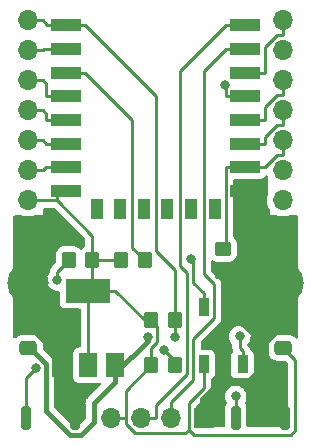
<source format=gbr>
%TF.GenerationSoftware,KiCad,Pcbnew,7.0.7*%
%TF.CreationDate,2023-09-02T13:43:40-04:00*%
%TF.ProjectId,DXBREAKER,44584252-4541-44b4-9552-2e6b69636164,rev?*%
%TF.SameCoordinates,Original*%
%TF.FileFunction,Copper,L1,Top*%
%TF.FilePolarity,Positive*%
%FSLAX46Y46*%
G04 Gerber Fmt 4.6, Leading zero omitted, Abs format (unit mm)*
G04 Created by KiCad (PCBNEW 7.0.7) date 2023-09-02 13:43:40*
%MOMM*%
%LPD*%
G01*
G04 APERTURE LIST*
G04 Aperture macros list*
%AMRoundRect*
0 Rectangle with rounded corners*
0 $1 Rounding radius*
0 $2 $3 $4 $5 $6 $7 $8 $9 X,Y pos of 4 corners*
0 Add a 4 corners polygon primitive as box body*
4,1,4,$2,$3,$4,$5,$6,$7,$8,$9,$2,$3,0*
0 Add four circle primitives for the rounded corners*
1,1,$1+$1,$2,$3*
1,1,$1+$1,$4,$5*
1,1,$1+$1,$6,$7*
1,1,$1+$1,$8,$9*
0 Add four rect primitives between the rounded corners*
20,1,$1+$1,$2,$3,$4,$5,0*
20,1,$1+$1,$4,$5,$6,$7,0*
20,1,$1+$1,$6,$7,$8,$9,0*
20,1,$1+$1,$8,$9,$2,$3,0*%
G04 Aperture macros list end*
%TA.AperFunction,ComponentPad*%
%ADD10R,1.700000X1.700000*%
%TD*%
%TA.AperFunction,ComponentPad*%
%ADD11O,1.700000X1.700000*%
%TD*%
%TA.AperFunction,ComponentPad*%
%ADD12C,3.500000*%
%TD*%
%TA.AperFunction,SMDPad,CuDef*%
%ADD13RoundRect,0.250000X-0.350000X-0.450000X0.350000X-0.450000X0.350000X0.450000X-0.350000X0.450000X0*%
%TD*%
%TA.AperFunction,SMDPad,CuDef*%
%ADD14RoundRect,0.200000X0.200000X0.800000X-0.200000X0.800000X-0.200000X-0.800000X0.200000X-0.800000X0*%
%TD*%
%TA.AperFunction,SMDPad,CuDef*%
%ADD15R,0.900000X1.500000*%
%TD*%
%TA.AperFunction,SMDPad,CuDef*%
%ADD16RoundRect,0.250000X0.475000X-0.337500X0.475000X0.337500X-0.475000X0.337500X-0.475000X-0.337500X0*%
%TD*%
%TA.AperFunction,SMDPad,CuDef*%
%ADD17RoundRect,0.250000X0.350000X0.450000X-0.350000X0.450000X-0.350000X-0.450000X0.350000X-0.450000X0*%
%TD*%
%TA.AperFunction,SMDPad,CuDef*%
%ADD18R,2.500000X1.000000*%
%TD*%
%TA.AperFunction,SMDPad,CuDef*%
%ADD19R,1.000000X1.800000*%
%TD*%
%TA.AperFunction,SMDPad,CuDef*%
%ADD20RoundRect,0.250000X-0.450000X0.350000X-0.450000X-0.350000X0.450000X-0.350000X0.450000X0.350000X0*%
%TD*%
%TA.AperFunction,SMDPad,CuDef*%
%ADD21R,1.500000X2.000000*%
%TD*%
%TA.AperFunction,SMDPad,CuDef*%
%ADD22R,3.800000X2.000000*%
%TD*%
%TA.AperFunction,ViaPad*%
%ADD23C,0.800000*%
%TD*%
%TA.AperFunction,Conductor*%
%ADD24C,0.381000*%
%TD*%
%TA.AperFunction,Conductor*%
%ADD25C,0.254000*%
%TD*%
%TA.AperFunction,Conductor*%
%ADD26C,0.685800*%
%TD*%
G04 APERTURE END LIST*
D10*
%TO.P,Jr1,1,Pin_1*%
%TO.N,Earth*%
X131074000Y-125705000D03*
D11*
%TO.P,Jr1,2,Pin_2*%
%TO.N,Net-(Jr1-Pin_2)*%
X125740000Y-125705000D03*
%TO.P,Jr1,3,Pin_3*%
%TO.N,Net-(Jr1-Pin_3)*%
X128280000Y-125705000D03*
%TO.P,Jr1,4,Pin_4*%
%TO.N,VCC*%
X123200000Y-125705000D03*
%TD*%
D12*
%TO.P,DX,1*%
%TO.N,Earth*%
X137795000Y-114300000D03*
%TD*%
D13*
%TO.P,R1,1*%
%TO.N,VCC*%
X126635000Y-117475000D03*
%TO.P,R1,2*%
%TO.N,/RESET*%
X128635000Y-117475000D03*
%TD*%
D14*
%TO.P,SW2,1,1*%
%TO.N,Earth*%
X120210000Y-125730000D03*
%TO.P,SW2,2,2*%
%TO.N,/GPIO0*%
X116010000Y-125730000D03*
%TD*%
D13*
%TO.P,R3,1*%
%TO.N,VCC*%
X126635000Y-121285000D03*
%TO.P,R3,2*%
%TO.N,/GPIO2*%
X128635000Y-121285000D03*
%TD*%
D15*
%TO.P,D1,1,VDD*%
%TO.N,VCC*%
X131065000Y-121195000D03*
%TO.P,D1,2,DOUT*%
%TO.N,/DOUT*%
X134365000Y-121195000D03*
%TO.P,D1,3,VSS*%
%TO.N,Earth*%
X134365000Y-116295000D03*
%TO.P,D1,4,DIN*%
%TO.N,/GPIO14*%
X131065000Y-116295000D03*
%TD*%
D12*
%TO.P,hole2,1*%
%TO.N,Earth*%
X116205000Y-114300000D03*
%TD*%
D10*
%TO.P,J1,1,Pin_1*%
%TO.N,Earth*%
X116205000Y-109855000D03*
D11*
%TO.P,J1,2,Pin_2*%
%TO.N,VCC*%
X116205000Y-107315000D03*
%TO.P,J1,3,Pin_3*%
%TO.N,/GPIO13*%
X116205000Y-104775000D03*
%TO.P,J1,4,Pin_4*%
%TO.N,/GPIO12*%
X116205000Y-102235000D03*
%TO.P,J1,5,Pin_5*%
%TO.N,/GPIO14*%
X116205000Y-99695000D03*
%TO.P,J1,6,Pin_6*%
%TO.N,/GPIO16*%
X116205000Y-97155000D03*
%TO.P,J1,7,Pin_7*%
%TO.N,/ADC*%
X116205000Y-94615000D03*
%TO.P,J1,8,Pin_8*%
%TO.N,/RESET*%
X116205000Y-92075000D03*
%TD*%
D14*
%TO.P,SW1,1,1*%
%TO.N,Earth*%
X137990000Y-125730000D03*
%TO.P,SW1,2,2*%
%TO.N,/RESET*%
X133790000Y-125730000D03*
%TD*%
D16*
%TO.P,C1,1*%
%TO.N,/VIN*%
X116205000Y-119782500D03*
%TO.P,C1,2*%
%TO.N,Earth*%
X116205000Y-117707500D03*
%TD*%
D13*
%TO.P,R5,1*%
%TO.N,VCC*%
X124095000Y-112395000D03*
%TO.P,R5,2*%
%TO.N,Net-(U1-EN)*%
X126095000Y-112395000D03*
%TD*%
D17*
%TO.P,R4,1*%
%TO.N,VCC*%
X121650000Y-112395000D03*
%TO.P,R4,2*%
%TO.N,/GPIO0*%
X119650000Y-112395000D03*
%TD*%
D18*
%TO.P,U1,1,~{RST}*%
%TO.N,/RESET*%
X119400000Y-92500000D03*
%TO.P,U1,2,ADC*%
%TO.N,/ADC*%
X119400000Y-94500000D03*
%TO.P,U1,3,EN*%
%TO.N,Net-(U1-EN)*%
X119400000Y-96500000D03*
%TO.P,U1,4,GPIO16*%
%TO.N,/GPIO16*%
X119400000Y-98500000D03*
%TO.P,U1,5,GPIO14*%
%TO.N,/GPIO14*%
X119400000Y-100500000D03*
%TO.P,U1,6,GPIO12*%
%TO.N,/GPIO12*%
X119400000Y-102500000D03*
%TO.P,U1,7,GPIO13*%
%TO.N,/GPIO13*%
X119400000Y-104500000D03*
%TO.P,U1,8,VCC*%
%TO.N,VCC*%
X119400000Y-106500000D03*
D19*
%TO.P,U1,9,CS0*%
%TO.N,unconnected-(U1-CS0-Pad9)*%
X122000000Y-108000000D03*
%TO.P,U1,10,MISO*%
%TO.N,unconnected-(U1-MISO-Pad10)*%
X124000000Y-108000000D03*
%TO.P,U1,11,GPIO9*%
%TO.N,unconnected-(U1-GPIO9-Pad11)*%
X126000000Y-108000000D03*
%TO.P,U1,12,GPIO10*%
%TO.N,unconnected-(U1-GPIO10-Pad12)*%
X128000000Y-108000000D03*
%TO.P,U1,13,MOSI*%
%TO.N,unconnected-(U1-MOSI-Pad13)*%
X130000000Y-108000000D03*
%TO.P,U1,14,SCLK*%
%TO.N,unconnected-(U1-SCLK-Pad14)*%
X132000000Y-108000000D03*
D18*
%TO.P,U1,15,GND*%
%TO.N,Earth*%
X134600000Y-106500000D03*
%TO.P,U1,16,GPIO15*%
%TO.N,/GPIO15*%
X134600000Y-104500000D03*
%TO.P,U1,17,GPIO2*%
%TO.N,/GPIO2*%
X134600000Y-102500000D03*
%TO.P,U1,18,GPIO0*%
%TO.N,/GPIO0*%
X134600000Y-100500000D03*
%TO.P,U1,19,GPIO4*%
%TO.N,/GPIO4*%
X134600000Y-98500000D03*
%TO.P,U1,20,GPIO5*%
%TO.N,/GPIO5*%
X134600000Y-96500000D03*
%TO.P,U1,21,GPIO3/RXD*%
%TO.N,Net-(Jr1-Pin_3)*%
X134600000Y-94500000D03*
%TO.P,U1,22,GPIO1/TXD*%
%TO.N,Net-(Jr1-Pin_2)*%
X134600000Y-92500000D03*
%TD*%
D10*
%TO.P,J2,1,Pin_1*%
%TO.N,Earth*%
X137795000Y-109601000D03*
D11*
%TO.P,J2,2,Pin_2*%
%TO.N,/GPIO4*%
X137795000Y-94615000D03*
%TO.P,J2,3,Pin_3*%
%TO.N,/GPIO0*%
X137795000Y-97155000D03*
%TO.P,J2,4,Pin_4*%
%TO.N,/GPIO2*%
X137795000Y-99695000D03*
%TO.P,J2,5,Pin_5*%
%TO.N,/GPIO15*%
X137795000Y-102235000D03*
%TO.P,J2,6,Pin_6*%
%TO.N,/DOUT*%
X137795000Y-104775000D03*
%TO.P,J2,7,Pin_7*%
%TO.N,/VIN*%
X137795000Y-107315000D03*
%TO.P,J2,8,Pin_8*%
%TO.N,/GPIO5*%
X137795000Y-92075000D03*
%TD*%
D20*
%TO.P,R2,1*%
%TO.N,/GPIO15*%
X132715000Y-111395000D03*
%TO.P,R2,2*%
%TO.N,Earth*%
X132715000Y-113395000D03*
%TD*%
D16*
%TO.P,C2,1*%
%TO.N,VCC*%
X137795000Y-119782500D03*
%TO.P,C2,2*%
%TO.N,Earth*%
X137795000Y-117707500D03*
%TD*%
D21*
%TO.P,Ue,1,GND*%
%TO.N,Earth*%
X118985000Y-121260000D03*
%TO.P,Ue,2,VO*%
%TO.N,VCC*%
X121285000Y-121260000D03*
D22*
X121285000Y-114960000D03*
D21*
%TO.P,Ue,3,VI*%
%TO.N,/VIN*%
X123585000Y-121260000D03*
%TD*%
D23*
%TO.N,/VIN*%
X126320300Y-118872500D03*
%TO.N,/DOUT*%
X134135200Y-118822800D03*
%TO.N,/GPIO14*%
X129963900Y-112230900D03*
%TO.N,/RESET*%
X133790000Y-123884200D03*
X128635000Y-118872600D03*
%TO.N,/GPIO4*%
X132842400Y-97514900D03*
%TO.N,/GPIO0*%
X118670000Y-114060400D03*
X116913300Y-121475500D03*
%TO.N,/GPIO2*%
X127750200Y-120004200D03*
%TD*%
D24*
%TO.N,/VIN*%
X117721600Y-121140700D02*
X116363400Y-119782500D01*
X117721600Y-125116900D02*
X117721600Y-121140700D01*
D25*
X123585000Y-121260000D02*
X123585000Y-121964100D01*
D24*
X123585000Y-122668300D02*
X121758500Y-124494800D01*
X119782600Y-127177900D02*
X117721600Y-125116900D01*
X121758500Y-126071700D02*
X120652300Y-127177900D01*
X123585000Y-121964100D02*
X126320300Y-119228800D01*
X123585000Y-121964100D02*
X123585000Y-122668300D01*
X120652300Y-127177900D02*
X119782600Y-127177900D01*
D25*
X126320300Y-119228800D02*
X126320300Y-118872500D01*
D24*
X121758500Y-124494800D02*
X121758500Y-126071700D01*
D25*
X116363400Y-119782500D02*
X116205000Y-119782500D01*
D26*
%TO.N,Earth*%
X137795000Y-117707500D02*
X137795000Y-114300000D01*
X118985000Y-121722600D02*
X118985000Y-121260000D01*
X118985000Y-121722600D02*
X118985000Y-122884200D01*
X136320800Y-109601000D02*
X136320800Y-108220800D01*
X136143200Y-119359300D02*
X134453000Y-117669200D01*
X118985000Y-121260000D02*
X118985000Y-119635800D01*
X136143200Y-119359300D02*
X137795000Y-117707500D01*
X135916600Y-121772400D02*
X135916600Y-119585900D01*
X134453000Y-117669200D02*
X134365000Y-117669200D01*
X132590300Y-122714500D02*
X134974500Y-122714500D01*
X137795000Y-114300000D02*
X137795000Y-109601000D01*
X116205000Y-114300000D02*
X116205000Y-117707500D01*
X134974500Y-122714500D02*
X137990000Y-125730000D01*
X120210000Y-124109200D02*
X120210000Y-125730000D01*
X118985000Y-119635800D02*
X118133300Y-119635800D01*
X135916600Y-119585900D02*
X136143200Y-119359300D01*
X134365000Y-114920800D02*
X134240800Y-114920800D01*
X134365000Y-116295000D02*
X134365000Y-117669200D01*
X118985000Y-122884200D02*
X120210000Y-124109200D01*
X136320800Y-108220800D02*
X134600000Y-106500000D01*
X134365000Y-116295000D02*
X134365000Y-114920800D01*
X118133300Y-119635800D02*
X116205000Y-117707500D01*
X116205000Y-109855000D02*
X116205000Y-114300000D01*
X131074000Y-124230800D02*
X132590300Y-122714500D01*
X134974500Y-122714500D02*
X135916600Y-121772400D01*
X137795000Y-109601000D02*
X136320800Y-109601000D01*
X131074000Y-125705000D02*
X131074000Y-124230800D01*
X134240800Y-114920800D02*
X132715000Y-113395000D01*
D25*
%TO.N,VCC*%
X126635000Y-119783800D02*
X127128600Y-119290200D01*
X126635000Y-121285000D02*
X124458300Y-123461700D01*
X116205000Y-107315000D02*
X117463300Y-107315000D01*
X131065000Y-123177600D02*
X131065000Y-121195000D01*
X137795000Y-119782500D02*
X138799500Y-120787000D01*
X126635000Y-121285000D02*
X126635000Y-119783800D01*
X125238800Y-127006900D02*
X124458300Y-126226400D01*
X129810500Y-126718900D02*
X129522500Y-127006900D01*
X138799500Y-120787000D02*
X138799500Y-126787400D01*
X119400000Y-106500000D02*
X118656100Y-106500000D01*
X124458300Y-123461700D02*
X124458300Y-125705000D01*
X121990100Y-114960000D02*
X121285000Y-115665100D01*
X126108300Y-117475000D02*
X123593300Y-114960000D01*
X121650000Y-112395000D02*
X121650000Y-110308900D01*
X129522500Y-127006900D02*
X125238800Y-127006900D01*
X118656100Y-107315000D02*
X118656100Y-106500000D01*
X138436300Y-127150600D02*
X130242200Y-127150600D01*
X127128600Y-119290200D02*
X127128600Y-117968600D01*
X121285000Y-115665100D02*
X121285000Y-121260000D01*
X121285000Y-114960000D02*
X121675200Y-114960000D01*
X129810500Y-124432100D02*
X131065000Y-123177600D01*
X118656100Y-107315000D02*
X117463300Y-107315000D01*
X124458300Y-126226400D02*
X124458300Y-125705000D01*
X123200000Y-125705000D02*
X124458300Y-125705000D01*
X126635000Y-117475000D02*
X126108300Y-117475000D01*
X121675200Y-114960000D02*
X121990100Y-114960000D01*
X130242200Y-127150600D02*
X129810500Y-126718900D01*
X129810500Y-126718900D02*
X129810500Y-124432100D01*
X121650000Y-110308900D02*
X118656100Y-107315000D01*
X138799500Y-126787400D02*
X138436300Y-127150600D01*
X121675200Y-114960000D02*
X121650000Y-114934800D01*
X127128600Y-117968600D02*
X126635000Y-117475000D01*
X121990100Y-114960000D02*
X123593300Y-114960000D01*
X121650000Y-112395000D02*
X124095000Y-112395000D01*
X121650000Y-114934800D02*
X121650000Y-112395000D01*
%TO.N,/DOUT*%
X134365000Y-121195000D02*
X134365000Y-120036700D01*
X134365000Y-120036700D02*
X134135200Y-119806900D01*
X134135200Y-119806900D02*
X134135200Y-118822800D01*
%TO.N,/GPIO14*%
X116205000Y-99695000D02*
X117463300Y-99695000D01*
X131065000Y-116295000D02*
X131065000Y-115136700D01*
X119400000Y-100500000D02*
X117741700Y-100500000D01*
X117741700Y-100500000D02*
X117741700Y-99973400D01*
X117741700Y-99973400D02*
X117463300Y-99695000D01*
X129963900Y-112230900D02*
X130206700Y-112473700D01*
X130206700Y-112473700D02*
X130206700Y-114278400D01*
X130206700Y-114278400D02*
X131065000Y-115136700D01*
%TO.N,/GPIO13*%
X117738300Y-104500000D02*
X117463300Y-104775000D01*
X119400000Y-104500000D02*
X117738300Y-104500000D01*
X116205000Y-104775000D02*
X117463300Y-104775000D01*
%TO.N,/GPIO12*%
X116205000Y-102235000D02*
X117463300Y-102235000D01*
X119400000Y-102500000D02*
X117728300Y-102500000D01*
X117728300Y-102500000D02*
X117463300Y-102235000D01*
%TO.N,/GPIO16*%
X117741700Y-98500000D02*
X117741700Y-97433400D01*
X119400000Y-98500000D02*
X117741700Y-98500000D01*
X116205000Y-97155000D02*
X117463300Y-97155000D01*
X117741700Y-97433400D02*
X117463300Y-97155000D01*
%TO.N,/ADC*%
X116205000Y-94615000D02*
X117463300Y-94615000D01*
X117578300Y-94500000D02*
X117463300Y-94615000D01*
X119400000Y-94500000D02*
X117578300Y-94500000D01*
%TO.N,/RESET*%
X116205000Y-92075000D02*
X117463300Y-92075000D01*
X128635000Y-113181500D02*
X128635000Y-117475000D01*
X127062200Y-98503900D02*
X127062200Y-111608700D01*
X127062200Y-111608700D02*
X128635000Y-113181500D01*
X128635000Y-117475000D02*
X128635000Y-118872600D01*
X117741700Y-92353400D02*
X117463300Y-92075000D01*
X121058300Y-92500000D02*
X127062200Y-98503900D01*
X119400000Y-92500000D02*
X117741700Y-92500000D01*
X119400000Y-92500000D02*
X121058300Y-92500000D01*
X117741700Y-92500000D02*
X117741700Y-92353400D01*
X133790000Y-125730000D02*
X133790000Y-123884200D01*
%TO.N,/GPIO5*%
X136258300Y-94348600D02*
X137273600Y-93333300D01*
X137273600Y-93333300D02*
X137795000Y-93333300D01*
X137795000Y-92075000D02*
X137795000Y-93333300D01*
X134600000Y-96500000D02*
X136258300Y-96500000D01*
X136258300Y-96500000D02*
X136258300Y-94348600D01*
%TO.N,/GPIO4*%
X132941700Y-97614200D02*
X132842400Y-97514900D01*
X132941700Y-98500000D02*
X132941700Y-97614200D01*
X134600000Y-98500000D02*
X132941700Y-98500000D01*
%TO.N,/GPIO0*%
X137795000Y-97155000D02*
X137795000Y-98413300D01*
X136258300Y-100500000D02*
X136258300Y-99428600D01*
X116913300Y-121475500D02*
X116010000Y-122378800D01*
X118670000Y-114060400D02*
X118670000Y-113375000D01*
X136258300Y-99428600D02*
X137273600Y-98413300D01*
X137273600Y-98413300D02*
X137795000Y-98413300D01*
X134600000Y-100500000D02*
X136258300Y-100500000D01*
X118670000Y-113375000D02*
X119650000Y-112395000D01*
X116010000Y-122378800D02*
X116010000Y-125730000D01*
%TO.N,/GPIO2*%
X137273600Y-100953300D02*
X137795000Y-100953300D01*
X127750200Y-120004200D02*
X128635000Y-120889000D01*
X137795000Y-99695000D02*
X137795000Y-100953300D01*
X128635000Y-120889000D02*
X128635000Y-121285000D01*
X136258300Y-101968600D02*
X137273600Y-100953300D01*
X136258300Y-102500000D02*
X136258300Y-101968600D01*
X134600000Y-102500000D02*
X136258300Y-102500000D01*
%TO.N,/GPIO15*%
X132941700Y-104500000D02*
X132941700Y-111168300D01*
X137265000Y-103493300D02*
X137795000Y-103493300D01*
X136258300Y-104500000D02*
X137265000Y-103493300D01*
X132941700Y-111168300D02*
X132715000Y-111395000D01*
X134600000Y-104500000D02*
X136258300Y-104500000D01*
X133770900Y-104500000D02*
X132941700Y-104500000D01*
X133770900Y-104500000D02*
X134600000Y-104500000D01*
X137795000Y-102235000D02*
X137795000Y-103493300D01*
%TO.N,Net-(U1-EN)*%
X125032400Y-111332400D02*
X126095000Y-112395000D01*
X125032400Y-100474100D02*
X125032400Y-111332400D01*
X119400000Y-96500000D02*
X121058300Y-96500000D01*
X121058300Y-96500000D02*
X125032400Y-100474100D01*
%TO.N,Net-(Jr1-Pin_2)*%
X132941700Y-92500000D02*
X129091700Y-96350000D01*
X134600000Y-92500000D02*
X132941700Y-92500000D01*
X129091700Y-112862200D02*
X129647800Y-113418300D01*
X129091700Y-96350000D02*
X129091700Y-112862200D01*
X129647800Y-122004400D02*
X126998300Y-124653900D01*
X125740000Y-125705000D02*
X126998300Y-125705000D01*
X126998300Y-124653900D02*
X126998300Y-125705000D01*
X129647800Y-113418300D02*
X129647800Y-122004400D01*
%TO.N,Net-(Jr1-Pin_3)*%
X132941700Y-94500000D02*
X131064800Y-96376900D01*
X128280000Y-124400400D02*
X128280000Y-125705000D01*
X130194900Y-119025200D02*
X130194900Y-122485500D01*
X134600000Y-94500000D02*
X132941700Y-94500000D01*
X131932800Y-114413800D02*
X131932800Y-117287300D01*
X131932800Y-117287300D02*
X130194900Y-119025200D01*
X130194900Y-122485500D02*
X128280000Y-124400400D01*
X131064800Y-96376900D02*
X131064800Y-113545800D01*
X131064800Y-113545800D02*
X131932800Y-114413800D01*
%TD*%
%TA.AperFunction,Conductor*%
%TO.N,Earth*%
G36*
X136475309Y-105205472D02*
G01*
X136517181Y-105261405D01*
X136525000Y-105304740D01*
X136525000Y-106820444D01*
X136520775Y-106852537D01*
X136459938Y-107079586D01*
X136459936Y-107079596D01*
X136439341Y-107314999D01*
X136439341Y-107315000D01*
X136459936Y-107550403D01*
X136459938Y-107550413D01*
X136468178Y-107581165D01*
X136520775Y-107777463D01*
X136525000Y-107809551D01*
X136525000Y-108585000D01*
X137300444Y-108585000D01*
X137332537Y-108589225D01*
X137455669Y-108622217D01*
X137559592Y-108650063D01*
X137747918Y-108666539D01*
X137794999Y-108670659D01*
X137795000Y-108670659D01*
X137795001Y-108670659D01*
X137834234Y-108667226D01*
X138030408Y-108650063D01*
X138163653Y-108614360D01*
X138257463Y-108589225D01*
X138289556Y-108585000D01*
X138941000Y-108585000D01*
X139008039Y-108604685D01*
X139053794Y-108657489D01*
X139065000Y-108709000D01*
X139065000Y-118879270D01*
X139045315Y-118946309D01*
X138992511Y-118992064D01*
X138923353Y-119002008D01*
X138859797Y-118972983D01*
X138853319Y-118966951D01*
X138738657Y-118852289D01*
X138738656Y-118852288D01*
X138589334Y-118760186D01*
X138422797Y-118705001D01*
X138422795Y-118705000D01*
X138320010Y-118694500D01*
X137269998Y-118694500D01*
X137269980Y-118694501D01*
X137167203Y-118705000D01*
X137167200Y-118705001D01*
X137000668Y-118760185D01*
X137000663Y-118760187D01*
X136851342Y-118852289D01*
X136727289Y-118976342D01*
X136635187Y-119125663D01*
X136635185Y-119125668D01*
X136620015Y-119171449D01*
X136580001Y-119292203D01*
X136580001Y-119292204D01*
X136580000Y-119292204D01*
X136569500Y-119394983D01*
X136569500Y-120170001D01*
X136569501Y-120170019D01*
X136580000Y-120272796D01*
X136580001Y-120272799D01*
X136621935Y-120399345D01*
X136635186Y-120439334D01*
X136727288Y-120588656D01*
X136851344Y-120712712D01*
X137000666Y-120804814D01*
X137167203Y-120859999D01*
X137269991Y-120870500D01*
X137944218Y-120870499D01*
X138011257Y-120890183D01*
X138031899Y-120906818D01*
X138135681Y-121010600D01*
X138169166Y-121071923D01*
X138172000Y-121098281D01*
X138172000Y-126399100D01*
X138152315Y-126466139D01*
X138099511Y-126511894D01*
X138048000Y-126523100D01*
X134814500Y-126523100D01*
X134747461Y-126503415D01*
X134701706Y-126450611D01*
X134690500Y-126399100D01*
X134690500Y-124873386D01*
X134690500Y-124873384D01*
X134684086Y-124802804D01*
X134633478Y-124640394D01*
X134548488Y-124499804D01*
X134530653Y-124432253D01*
X134547218Y-124373659D01*
X134617179Y-124252484D01*
X134675674Y-124072456D01*
X134695460Y-123884200D01*
X134675674Y-123695944D01*
X134617179Y-123515916D01*
X134522533Y-123351984D01*
X134395871Y-123211312D01*
X134312750Y-123150921D01*
X134242734Y-123100051D01*
X134242729Y-123100048D01*
X134069807Y-123023057D01*
X134069802Y-123023055D01*
X133924000Y-122992065D01*
X133884646Y-122983700D01*
X133695354Y-122983700D01*
X133662897Y-122990598D01*
X133510197Y-123023055D01*
X133510192Y-123023057D01*
X133337270Y-123100048D01*
X133337265Y-123100051D01*
X133184129Y-123211311D01*
X133057466Y-123351985D01*
X132962821Y-123515915D01*
X132962818Y-123515922D01*
X132904327Y-123695940D01*
X132904326Y-123695944D01*
X132884540Y-123884200D01*
X132904326Y-124072456D01*
X132904327Y-124072459D01*
X132962818Y-124252477D01*
X132962820Y-124252481D01*
X132962821Y-124252484D01*
X133022373Y-124355632D01*
X133032780Y-124373657D01*
X133049252Y-124441557D01*
X133031509Y-124499805D01*
X132946523Y-124640391D01*
X132895913Y-124802807D01*
X132893381Y-124830678D01*
X132890081Y-124866997D01*
X132889500Y-124873386D01*
X132889500Y-126399100D01*
X132869815Y-126466139D01*
X132817011Y-126511894D01*
X132765500Y-126523100D01*
X130561999Y-126523100D01*
X130494960Y-126503415D01*
X130449205Y-126450611D01*
X130437999Y-126399100D01*
X130437999Y-125578483D01*
X130437999Y-124743376D01*
X130457684Y-124676341D01*
X130474313Y-124655704D01*
X131450043Y-123679974D01*
X131462325Y-123670137D01*
X131462144Y-123669918D01*
X131468152Y-123664946D01*
X131468162Y-123664940D01*
X131515677Y-123614341D01*
X131536623Y-123593396D01*
X131540892Y-123587890D01*
X131544676Y-123583459D01*
X131576693Y-123549367D01*
X131586389Y-123531728D01*
X131597073Y-123515461D01*
X131609408Y-123499562D01*
X131627983Y-123456634D01*
X131630534Y-123451427D01*
X131653072Y-123410434D01*
X131658078Y-123390934D01*
X131664376Y-123372536D01*
X131672374Y-123354058D01*
X131679688Y-123307876D01*
X131680870Y-123302165D01*
X131692500Y-123256872D01*
X131692500Y-123236741D01*
X131694027Y-123217341D01*
X131694982Y-123211311D01*
X131697175Y-123197467D01*
X131692775Y-123150921D01*
X131692500Y-123145083D01*
X131692500Y-122497769D01*
X131712185Y-122430730D01*
X131750758Y-122394816D01*
X131750231Y-122394112D01*
X131756786Y-122389204D01*
X131757076Y-122388935D01*
X131757323Y-122388798D01*
X131757331Y-122388796D01*
X131872546Y-122302546D01*
X131958796Y-122187331D01*
X132009091Y-122052483D01*
X132015500Y-121992873D01*
X132015499Y-120397128D01*
X132009091Y-120337517D01*
X131962319Y-120212116D01*
X131958797Y-120202671D01*
X131958793Y-120202664D01*
X131872547Y-120087455D01*
X131872544Y-120087452D01*
X131757335Y-120001206D01*
X131757328Y-120001202D01*
X131622482Y-119950908D01*
X131622483Y-119950908D01*
X131562883Y-119944501D01*
X131562881Y-119944500D01*
X131562873Y-119944500D01*
X131562865Y-119944500D01*
X130946400Y-119944500D01*
X130879361Y-119924815D01*
X130833606Y-119872011D01*
X130822400Y-119820500D01*
X130822400Y-119336480D01*
X130842085Y-119269441D01*
X130858714Y-119248804D01*
X131284718Y-118822800D01*
X133229740Y-118822800D01*
X133249526Y-119011056D01*
X133249527Y-119011059D01*
X133308018Y-119191077D01*
X133308021Y-119191084D01*
X133366402Y-119292204D01*
X133402667Y-119355016D01*
X133475851Y-119436294D01*
X133506080Y-119499284D01*
X133507700Y-119519265D01*
X133507700Y-119723932D01*
X133505972Y-119739581D01*
X133506254Y-119739608D01*
X133505519Y-119747375D01*
X133507700Y-119816759D01*
X133507700Y-119846377D01*
X133508571Y-119853280D01*
X133509029Y-119859099D01*
X133510498Y-119905842D01*
X133516116Y-119925175D01*
X133520062Y-119944229D01*
X133522583Y-119964187D01*
X133522585Y-119964196D01*
X133539795Y-120007666D01*
X133541687Y-120013194D01*
X133544382Y-120022470D01*
X133544183Y-120092339D01*
X133524573Y-120131375D01*
X133471206Y-120202664D01*
X133471202Y-120202671D01*
X133420908Y-120337517D01*
X133419133Y-120354033D01*
X133414501Y-120397123D01*
X133414500Y-120397135D01*
X133414500Y-121992870D01*
X133414501Y-121992876D01*
X133420908Y-122052483D01*
X133471202Y-122187328D01*
X133471206Y-122187335D01*
X133557452Y-122302544D01*
X133557455Y-122302547D01*
X133672664Y-122388793D01*
X133672671Y-122388797D01*
X133807517Y-122439091D01*
X133807516Y-122439091D01*
X133814444Y-122439835D01*
X133867127Y-122445500D01*
X134862872Y-122445499D01*
X134922483Y-122439091D01*
X135057331Y-122388796D01*
X135172546Y-122302546D01*
X135258796Y-122187331D01*
X135309091Y-122052483D01*
X135315500Y-121992873D01*
X135315499Y-120397128D01*
X135309091Y-120337517D01*
X135262319Y-120212116D01*
X135258797Y-120202671D01*
X135258793Y-120202664D01*
X135172547Y-120087455D01*
X135172544Y-120087452D01*
X135057334Y-120001205D01*
X135049551Y-119996956D01*
X135050625Y-119994988D01*
X135004581Y-119960518D01*
X134984779Y-119920820D01*
X134984083Y-119918427D01*
X134980138Y-119899374D01*
X134977616Y-119879407D01*
X134960402Y-119835931D01*
X134958513Y-119830410D01*
X134945468Y-119785508D01*
X134935225Y-119768189D01*
X134926662Y-119750711D01*
X134919253Y-119731997D01*
X134919253Y-119731996D01*
X134891771Y-119694172D01*
X134888567Y-119689296D01*
X134864763Y-119649044D01*
X134864761Y-119649042D01*
X134864759Y-119649039D01*
X134850531Y-119634812D01*
X134837896Y-119620020D01*
X134826063Y-119603733D01*
X134826060Y-119603731D01*
X134826060Y-119603730D01*
X134826059Y-119603729D01*
X134821232Y-119599736D01*
X134782124Y-119541837D01*
X134780528Y-119471985D01*
X134808120Y-119421221D01*
X134867733Y-119355016D01*
X134962379Y-119191084D01*
X135020874Y-119011056D01*
X135040660Y-118822800D01*
X135020874Y-118634544D01*
X134962379Y-118454516D01*
X134867733Y-118290584D01*
X134741071Y-118149912D01*
X134741070Y-118149911D01*
X134587934Y-118038651D01*
X134587929Y-118038648D01*
X134415007Y-117961657D01*
X134415002Y-117961655D01*
X134269200Y-117930665D01*
X134229846Y-117922300D01*
X134040554Y-117922300D01*
X134008097Y-117929198D01*
X133855397Y-117961655D01*
X133855392Y-117961657D01*
X133682470Y-118038648D01*
X133682465Y-118038651D01*
X133529329Y-118149911D01*
X133402666Y-118290585D01*
X133308021Y-118454515D01*
X133308018Y-118454522D01*
X133249527Y-118634540D01*
X133249526Y-118634544D01*
X133229740Y-118822800D01*
X131284718Y-118822800D01*
X132317843Y-117789674D01*
X132330125Y-117779837D01*
X132329944Y-117779618D01*
X132335952Y-117774646D01*
X132335962Y-117774640D01*
X132383477Y-117724041D01*
X132404423Y-117703096D01*
X132408692Y-117697590D01*
X132412476Y-117693159D01*
X132444493Y-117659067D01*
X132454189Y-117641428D01*
X132464873Y-117625161D01*
X132477208Y-117609262D01*
X132495783Y-117566334D01*
X132498334Y-117561127D01*
X132520872Y-117520134D01*
X132525878Y-117500634D01*
X132532176Y-117482236D01*
X132540174Y-117463758D01*
X132547488Y-117417576D01*
X132548670Y-117411865D01*
X132560300Y-117366572D01*
X132560300Y-117346441D01*
X132561827Y-117327041D01*
X132564975Y-117307167D01*
X132560575Y-117260630D01*
X132560299Y-117254790D01*
X132560299Y-115939618D01*
X132560299Y-114496754D01*
X132562028Y-114481113D01*
X132561746Y-114481087D01*
X132562478Y-114473329D01*
X132562480Y-114473323D01*
X132560299Y-114403954D01*
X132560300Y-114374324D01*
X132559933Y-114371423D01*
X132559427Y-114367412D01*
X132558968Y-114361584D01*
X132557500Y-114314857D01*
X132557500Y-114314856D01*
X132551882Y-114295520D01*
X132547938Y-114276474D01*
X132545416Y-114256507D01*
X132528202Y-114213031D01*
X132526313Y-114207510D01*
X132513268Y-114162608D01*
X132503025Y-114145289D01*
X132494462Y-114127811D01*
X132487053Y-114109097D01*
X132487053Y-114109096D01*
X132459571Y-114071272D01*
X132456367Y-114066396D01*
X132432563Y-114026144D01*
X132432561Y-114026142D01*
X132432559Y-114026139D01*
X132418331Y-114011912D01*
X132405696Y-113997120D01*
X132393863Y-113980833D01*
X132393860Y-113980831D01*
X132393860Y-113980830D01*
X132393859Y-113980829D01*
X132357835Y-113951028D01*
X132353513Y-113947094D01*
X131728619Y-113322199D01*
X131695134Y-113260876D01*
X131692300Y-113234518D01*
X131692300Y-112495711D01*
X131711985Y-112428672D01*
X131764789Y-112382917D01*
X131833947Y-112372973D01*
X131881393Y-112390170D01*
X131945666Y-112429814D01*
X132112203Y-112484999D01*
X132214991Y-112495500D01*
X133215008Y-112495499D01*
X133215016Y-112495498D01*
X133215019Y-112495498D01*
X133271302Y-112489748D01*
X133317797Y-112484999D01*
X133484334Y-112429814D01*
X133633656Y-112337712D01*
X133757712Y-112213656D01*
X133849814Y-112064334D01*
X133904999Y-111897797D01*
X133915500Y-111795009D01*
X133915499Y-110994992D01*
X133904999Y-110892203D01*
X133849814Y-110725666D01*
X133757712Y-110576344D01*
X133633656Y-110452288D01*
X133633652Y-110452285D01*
X133628101Y-110448861D01*
X133581377Y-110396912D01*
X133569200Y-110343324D01*
X133569200Y-105624499D01*
X133588885Y-105557460D01*
X133641689Y-105511705D01*
X133693200Y-105500499D01*
X135897871Y-105500499D01*
X135897872Y-105500499D01*
X135957483Y-105494091D01*
X136092331Y-105443796D01*
X136207546Y-105357546D01*
X136247077Y-105304740D01*
X136299112Y-105235231D01*
X136300907Y-105236574D01*
X136341572Y-105195909D01*
X136409844Y-105181056D01*
X136475309Y-105205472D01*
G37*
%TD.AperFunction*%
%TA.AperFunction,Conductor*%
G36*
X118411858Y-107962185D02*
G01*
X118432500Y-107978819D01*
X120986180Y-110532499D01*
X121019665Y-110593822D01*
X121022499Y-110620180D01*
X121022499Y-111165176D01*
X121002814Y-111232215D01*
X120963596Y-111270714D01*
X120920301Y-111297419D01*
X120831342Y-111352289D01*
X120737681Y-111445951D01*
X120676358Y-111479436D01*
X120606666Y-111474452D01*
X120562319Y-111445951D01*
X120468657Y-111352289D01*
X120468656Y-111352288D01*
X120356322Y-111283000D01*
X120319336Y-111260187D01*
X120319331Y-111260185D01*
X120277498Y-111246323D01*
X120152797Y-111205001D01*
X120152795Y-111205000D01*
X120050010Y-111194500D01*
X119249998Y-111194500D01*
X119249980Y-111194501D01*
X119147203Y-111205000D01*
X119147200Y-111205001D01*
X118980668Y-111260185D01*
X118980663Y-111260187D01*
X118831342Y-111352289D01*
X118707289Y-111476342D01*
X118615187Y-111625663D01*
X118615185Y-111625666D01*
X118615186Y-111625666D01*
X118560001Y-111792203D01*
X118560001Y-111792204D01*
X118560000Y-111792204D01*
X118549500Y-111894983D01*
X118549500Y-112556718D01*
X118529815Y-112623757D01*
X118513181Y-112644399D01*
X118284953Y-112872626D01*
X118272669Y-112882469D01*
X118272849Y-112882687D01*
X118266838Y-112887659D01*
X118219322Y-112938258D01*
X118198375Y-112959205D01*
X118194106Y-112964709D01*
X118190315Y-112969147D01*
X118158308Y-113003230D01*
X118158305Y-113003234D01*
X118148606Y-113020877D01*
X118137928Y-113037133D01*
X118125594Y-113053034D01*
X118125589Y-113053042D01*
X118107025Y-113095943D01*
X118104454Y-113101191D01*
X118081927Y-113142167D01*
X118076920Y-113161668D01*
X118070621Y-113180064D01*
X118063893Y-113195612D01*
X118062625Y-113198544D01*
X118062624Y-113198546D01*
X118055312Y-113244716D01*
X118054128Y-113250437D01*
X118042499Y-113295729D01*
X118042499Y-113315861D01*
X118040973Y-113335249D01*
X118037825Y-113355129D01*
X118037824Y-113355141D01*
X118037971Y-113356689D01*
X118037738Y-113357888D01*
X118037580Y-113362932D01*
X118036766Y-113362906D01*
X118024679Y-113425283D01*
X118006672Y-113451324D01*
X117937464Y-113528187D01*
X117842821Y-113692115D01*
X117842818Y-113692122D01*
X117790703Y-113852517D01*
X117784326Y-113872144D01*
X117764540Y-114060400D01*
X117784326Y-114248656D01*
X117784327Y-114248659D01*
X117842818Y-114428677D01*
X117842821Y-114428684D01*
X117937467Y-114592616D01*
X118064128Y-114733288D01*
X118064129Y-114733288D01*
X118217265Y-114844548D01*
X118217270Y-114844551D01*
X118390192Y-114921542D01*
X118390197Y-114921544D01*
X118575354Y-114960900D01*
X118575355Y-114960900D01*
X118760500Y-114960900D01*
X118827539Y-114980585D01*
X118873294Y-115033389D01*
X118884500Y-115084900D01*
X118884500Y-116007870D01*
X118884501Y-116007876D01*
X118890908Y-116067483D01*
X118941202Y-116202328D01*
X118941206Y-116202335D01*
X119027452Y-116317544D01*
X119027455Y-116317547D01*
X119142664Y-116403793D01*
X119142671Y-116403797D01*
X119277517Y-116454091D01*
X119277516Y-116454091D01*
X119284444Y-116454835D01*
X119337127Y-116460500D01*
X120533500Y-116460499D01*
X120600539Y-116480184D01*
X120646294Y-116532987D01*
X120657500Y-116584499D01*
X120657500Y-119635500D01*
X120637815Y-119702539D01*
X120585011Y-119748294D01*
X120533502Y-119759500D01*
X120487131Y-119759500D01*
X120487123Y-119759501D01*
X120427516Y-119765908D01*
X120292671Y-119816202D01*
X120292664Y-119816206D01*
X120177455Y-119902452D01*
X120177452Y-119902455D01*
X120091206Y-120017664D01*
X120091202Y-120017671D01*
X120040908Y-120152517D01*
X120034501Y-120212116D01*
X120034500Y-120212135D01*
X120034500Y-122307870D01*
X120034501Y-122307876D01*
X120040908Y-122367483D01*
X120091202Y-122502328D01*
X120091206Y-122502335D01*
X120177452Y-122617544D01*
X120177455Y-122617547D01*
X120292664Y-122703793D01*
X120292671Y-122703797D01*
X120427517Y-122754091D01*
X120427516Y-122754091D01*
X120434444Y-122754835D01*
X120487127Y-122760500D01*
X122082872Y-122760499D01*
X122142483Y-122754091D01*
X122213654Y-122727545D01*
X122283344Y-122722562D01*
X122344667Y-122756047D01*
X122378152Y-122817370D01*
X122373168Y-122887061D01*
X122344667Y-122931409D01*
X121285980Y-123990096D01*
X121283254Y-123992663D01*
X121237485Y-124033211D01*
X121237477Y-124033220D01*
X121202735Y-124083553D01*
X121200515Y-124086569D01*
X121162813Y-124134694D01*
X121162811Y-124134696D01*
X121158771Y-124143673D01*
X121147753Y-124163208D01*
X121142155Y-124171319D01*
X121120468Y-124228500D01*
X121119036Y-124231958D01*
X121093942Y-124287716D01*
X121092166Y-124297406D01*
X121086145Y-124319003D01*
X121082652Y-124328214D01*
X121082652Y-124328215D01*
X121075280Y-124388924D01*
X121074717Y-124392626D01*
X121063695Y-124452769D01*
X121063695Y-124452772D01*
X121067387Y-124513806D01*
X121067500Y-124517551D01*
X121067500Y-125734115D01*
X121047815Y-125801154D01*
X121031181Y-125821796D01*
X120402397Y-126450581D01*
X120341074Y-126484066D01*
X120314716Y-126486900D01*
X120120184Y-126486900D01*
X120053145Y-126467215D01*
X120032503Y-126450581D01*
X118448919Y-124866997D01*
X118415434Y-124805674D01*
X118412600Y-124779316D01*
X118412600Y-121163452D01*
X118412713Y-121159707D01*
X118416405Y-121098672D01*
X118405381Y-121038518D01*
X118404817Y-121034813D01*
X118397448Y-120974117D01*
X118397447Y-120974116D01*
X118393959Y-120964918D01*
X118387931Y-120943296D01*
X118386157Y-120933615D01*
X118361060Y-120877851D01*
X118359633Y-120874408D01*
X118337944Y-120817218D01*
X118332348Y-120809111D01*
X118321325Y-120789566D01*
X118317288Y-120780595D01*
X118279572Y-120732455D01*
X118277374Y-120729468D01*
X118242620Y-120679117D01*
X118196836Y-120638556D01*
X118194126Y-120636005D01*
X117650460Y-120092339D01*
X117466818Y-119908696D01*
X117433333Y-119847373D01*
X117430499Y-119821015D01*
X117430499Y-119394998D01*
X117430498Y-119394981D01*
X117419999Y-119292203D01*
X117419998Y-119292200D01*
X117365479Y-119127674D01*
X117364814Y-119125666D01*
X117272712Y-118976344D01*
X117148656Y-118852288D01*
X116999334Y-118760186D01*
X116832797Y-118705001D01*
X116832795Y-118705000D01*
X116730010Y-118694500D01*
X115679998Y-118694500D01*
X115679980Y-118694501D01*
X115577203Y-118705000D01*
X115577200Y-118705001D01*
X115410668Y-118760185D01*
X115410663Y-118760187D01*
X115261342Y-118852289D01*
X115146681Y-118966951D01*
X115085358Y-119000436D01*
X115015666Y-118995452D01*
X114959733Y-118953580D01*
X114935316Y-118888116D01*
X114935000Y-118879270D01*
X114935000Y-108709000D01*
X114954685Y-108641961D01*
X115007489Y-108596206D01*
X115059000Y-108585000D01*
X115710444Y-108585000D01*
X115742537Y-108589225D01*
X115865669Y-108622217D01*
X115969592Y-108650063D01*
X116157918Y-108666539D01*
X116204999Y-108670659D01*
X116205000Y-108670659D01*
X116205001Y-108670659D01*
X116244234Y-108667226D01*
X116440408Y-108650063D01*
X116573653Y-108614360D01*
X116667463Y-108589225D01*
X116699556Y-108585000D01*
X117475000Y-108585000D01*
X117475000Y-108066500D01*
X117494685Y-107999461D01*
X117547489Y-107953706D01*
X117599000Y-107942500D01*
X118344819Y-107942500D01*
X118411858Y-107962185D01*
G37*
%TD.AperFunction*%
%TD*%
M02*

</source>
